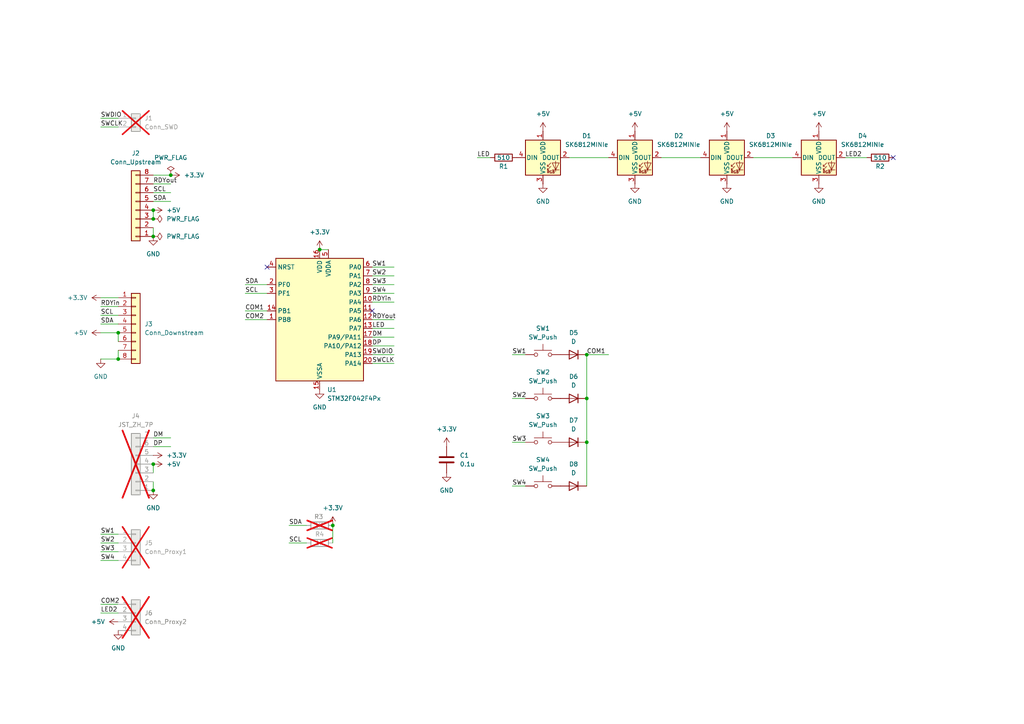
<source format=kicad_sch>
(kicad_sch (version 20231120) (generator "eeschema") (generator_version "8.0")
  (paper "A4")
  (lib_symbols
    (symbol "Connector_Generic:Conn_01x02" (pin_names (offset 1.016) hide)
      (property "Reference" "J" (at 0 2.54 0))
      (property "Value" "Conn_01x02" (at 0 -5.08 0))
      (symbol "Conn_01x02_1_1"
        (rectangle (start -1.27 -2.413) (end 0 -2.667) (stroke (width 0.1524)))
        (rectangle (start -1.27 0.127) (end 0 -0.127) (stroke (width 0.1524)))
        (rectangle (start -1.27 1.27) (end 1.27 -3.81) (stroke (width 0.254)) (fill (type background)))
        (pin passive line (at -5.08 0 0) (length 3.81) (name "Pin_1") (number "1"))
        (pin passive line (at -5.08 -2.54 0) (length 3.81) (name "Pin_2") (number "2"))
      )
    )
    (symbol "Connector_Generic:Conn_01x04" (pin_names (offset 1.016) hide)
      (property "Reference" "J" (at 0 5.08 0))
      (property "Value" "Conn_01x04" (at 0 -7.62 0))
      (symbol "Conn_01x04_1_1"
        (rectangle (start -1.27 -4.953) (end 0 -5.207) (stroke (width 0.1524)))
        (rectangle (start -1.27 -2.413) (end 0 -2.667) (stroke (width 0.1524)))
        (rectangle (start -1.27 0.127) (end 0 -0.127) (stroke (width 0.1524)))
        (rectangle (start -1.27 2.667) (end 0 2.413) (stroke (width 0.1524)))
        (rectangle (start -1.27 3.81) (end 1.27 -6.35) (stroke (width 0.254)) (fill (type background)))
        (pin passive line (at -5.08 2.54 0) (length 3.81) (name "Pin_1") (number "1"))
        (pin passive line (at -5.08 0 0) (length 3.81) (name "Pin_2") (number "2"))
        (pin passive line (at -5.08 -2.54 0) (length 3.81) (name "Pin_3") (number "3"))
        (pin passive line (at -5.08 -5.08 0) (length 3.81) (name "Pin_4") (number "4"))
      )
    )
    (symbol "Connector_Generic:Conn_01x07" (pin_names (offset 1.016) hide)
      (property "Reference" "J" (at 0 10.16 0))
      (property "Value" "Conn_01x07" (at 0 -10.16 0))
      (symbol "Conn_01x07_1_1"
        (rectangle (start -1.27 -7.493) (end 0 -7.747) (stroke (width 0.1524)))
        (rectangle (start -1.27 -4.953) (end 0 -5.207) (stroke (width 0.1524)))
        (rectangle (start -1.27 -2.413) (end 0 -2.667) (stroke (width 0.1524)))
        (rectangle (start -1.27 0.127) (end 0 -0.127) (stroke (width 0.1524)))
        (rectangle (start -1.27 2.667) (end 0 2.413) (stroke (width 0.1524)))
        (rectangle (start -1.27 5.207) (end 0 4.953) (stroke (width 0.1524)))
        (rectangle (start -1.27 7.747) (end 0 7.493) (stroke (width 0.1524)))
        (rectangle (start -1.27 8.89) (end 1.27 -8.89) (stroke (width 0.254)) (fill (type background)))
        (pin passive line (at -5.08 7.62 0) (length 3.81) (name "Pin_1") (number "1"))
        (pin passive line (at -5.08 5.08 0) (length 3.81) (name "Pin_2") (number "2"))
        (pin passive line (at -5.08 2.54 0) (length 3.81) (name "Pin_3") (number "3"))
        (pin passive line (at -5.08 0 0) (length 3.81) (name "Pin_4") (number "4"))
        (pin passive line (at -5.08 -2.54 0) (length 3.81) (name "Pin_5") (number "5"))
        (pin passive line (at -5.08 -5.08 0) (length 3.81) (name "Pin_6") (number "6"))
        (pin passive line (at -5.08 -7.62 0) (length 3.81) (name "Pin_7") (number "7"))
      )
    )
    (symbol "Connector_Generic:Conn_01x08" (pin_names (offset 1.016) hide)
      (property "Reference" "J" (at 0 10.16 0))
      (property "Value" "Conn_01x08" (at 0 -12.7 0))
      (symbol "Conn_01x08_1_1"
        (rectangle (start -1.27 -10.033) (end 0 -10.287) (stroke (width 0.1524)))
        (rectangle (start -1.27 -7.493) (end 0 -7.747) (stroke (width 0.1524)))
        (rectangle (start -1.27 -4.953) (end 0 -5.207) (stroke (width 0.1524)))
        (rectangle (start -1.27 -2.413) (end 0 -2.667) (stroke (width 0.1524)))
        (rectangle (start -1.27 0.127) (end 0 -0.127) (stroke (width 0.1524)))
        (rectangle (start -1.27 2.667) (end 0 2.413) (stroke (width 0.1524)))
        (rectangle (start -1.27 5.207) (end 0 4.953) (stroke (width 0.1524)))
        (rectangle (start -1.27 7.747) (end 0 7.493) (stroke (width 0.1524)))
        (rectangle (start -1.27 8.89) (end 1.27 -11.43) (stroke (width 0.254)) (fill (type background)))
        (pin passive line (at -5.08 7.62 0) (length 3.81) (name "Pin_1") (number "1"))
        (pin passive line (at -5.08 5.08 0) (length 3.81) (name "Pin_2") (number "2"))
        (pin passive line (at -5.08 2.54 0) (length 3.81) (name "Pin_3") (number "3"))
        (pin passive line (at -5.08 0 0) (length 3.81) (name "Pin_4") (number "4"))
        (pin passive line (at -5.08 -2.54 0) (length 3.81) (name "Pin_5") (number "5"))
        (pin passive line (at -5.08 -5.08 0) (length 3.81) (name "Pin_6") (number "6"))
        (pin passive line (at -5.08 -7.62 0) (length 3.81) (name "Pin_7") (number "7"))
        (pin passive line (at -5.08 -10.16 0) (length 3.81) (name "Pin_8") (number "8"))
      )
    )
    (symbol "Device:C" (pin_numbers hide) (pin_names (offset 0.254))
      (property "Reference" "C" (at 0.635 2.54 0))
      (property "Value" "C" (at 0.635 -2.54 0))
      (symbol "C_0_1"
        (polyline (pts (xy -2.032 -0.762) (xy 2.032 -0.762)) (stroke (width 0.508)))
        (polyline (pts (xy -2.032 0.762) (xy 2.032 0.762)) (stroke (width 0.508)))
      )
      (symbol "C_1_1"
        (pin passive line (at 0 3.81 270) (length 2.794) (name "~") (number "1"))
        (pin passive line (at 0 -3.81 90) (length 2.794) (name "~") (number "2"))
      )
    )
    (symbol "Device:D" (pin_numbers hide) (pin_names (offset 1.016) hide)
      (property "Reference" "D" (at 0 2.54 0))
      (property "Value" "D" (at 0 -2.54 0))
      (symbol "D_0_1"
        (polyline (pts (xy -1.27 1.27) (xy -1.27 -1.27)) (stroke (width 0.254)))
        (polyline (pts (xy 1.27 0) (xy -1.27 0)))
        (polyline (pts (xy 1.27 1.27) (xy 1.27 -1.27) (xy -1.27 0) (xy 1.27 1.27)) (stroke (width 0.254)))
      )
      (symbol "D_1_1"
        (pin passive line (at -3.81 0 0) (length 2.54) (name "K") (number "1"))
        (pin passive line (at 3.81 0 180) (length 2.54) (name "A") (number "2"))
      )
    )
    (symbol "Device:R" (pin_numbers hide) (pin_names (offset 0))
      (property "Reference" "R" (at 2.032 0 90))
      (property "Value" "R" (at 0 0 90))
      (symbol "R_0_1"
        (rectangle (start -1.016 -2.54) (end 1.016 2.54) (stroke (width 0.254)))
      )
      (symbol "R_1_1"
        (pin passive line (at 0 3.81 270) (length 1.27) (name "~") (number "1"))
        (pin passive line (at 0 -3.81 90) (length 1.27) (name "~") (number "2"))
      )
    )
    (symbol "Library:SK6812MINIe" (pin_names (offset 0.254))
      (property "Reference" "D" (at 5.08 5.715 0))
      (property "Value" "SK6812MINIe" (at 1.27 -5.715 0))
      (symbol "SK6812MINIe_0_0"
        (text "RGB" (at 2.286 -4.191 0) (effects (font (size 0.762 0.762))))
      )
      (symbol "SK6812MINIe_0_1"
        (polyline (pts (xy 1.27 -3.556) (xy 1.778 -3.556)))
        (polyline (pts (xy 1.27 -2.54) (xy 1.778 -2.54)))
        (polyline (pts (xy 4.699 -3.556) (xy 2.667 -3.556)))
        (polyline (pts (xy 2.286 -2.54) (xy 1.27 -3.556) (xy 1.27 -3.048)))
        (polyline (pts (xy 2.286 -1.524) (xy 1.27 -2.54) (xy 1.27 -2.032)))
        (polyline (pts (xy 3.683 -1.016) (xy 3.683 -3.556) (xy 3.683 -4.064)))
        (polyline (pts (xy 4.699 -1.524) (xy 2.667 -1.524) (xy 3.683 -3.556) (xy 4.699 -1.524)))
        (rectangle (start 5.08 5.08) (end -5.08 -5.08) (stroke (width 0.254)) (fill (type background)))
      )
      (symbol "SK6812MINIe_1_1"
        (pin power_in line (at 0 7.62 270) (length 2.54) (name "VDD") (number "1"))
        (pin output line (at 7.62 0 180) (length 2.54) (name "DOUT") (number "2"))
        (pin power_in line (at 0 -7.62 90) (length 2.54) (name "VSS") (number "3"))
        (pin input line (at -7.62 0 0) (length 2.54) (name "DIN") (number "4"))
      )
    )
    (symbol "MCU_ST_STM32F0:STM32F042F4Px"
      (property "Reference" "U" (at -12.7 19.05 0))
      (property "Value" "STM32F042F4Px" (at 5.08 19.05 0))
      (symbol "STM32F042F4Px_0_1"
        (rectangle (start -12.7 -17.78) (end 12.7 17.78) (stroke (width 0.254)) (fill (type background)))
      )
      (symbol "STM32F042F4Px_1_1"
        (pin bidirectional line (at -15.24 0 0) (length 2.54) (name "PB8") (number "1"))
        (pin bidirectional line (at 15.24 5.08 180) (length 2.54) (name "PA4") (number "10"))
        (pin bidirectional line (at 15.24 2.54 180) (length 2.54) (name "PA5") (number "11"))
        (pin bidirectional line (at 15.24 0 180) (length 2.54) (name "PA6") (number "12"))
        (pin bidirectional line (at 15.24 -2.54 180) (length 2.54) (name "PA7") (number "13"))
        (pin bidirectional line (at -15.24 2.54 0) (length 2.54) (name "PB1") (number "14"))
        (pin power_in line (at 0 -20.32 90) (length 2.54) (name "VSSA") (number "15"))
        (pin power_in line (at 0 20.32 270) (length 2.54) (name "VDD") (number "16"))
        (pin bidirectional line (at 15.24 -5.08 180) (length 2.54) (name "PA9/PA11") (number "17"))
        (pin bidirectional line (at 15.24 -7.62 180) (length 2.54) (name "PA10/PA12") (number "18"))
        (pin bidirectional line (at 15.24 -10.16 180) (length 2.54) (name "PA13") (number "19"))
        (pin bidirectional line (at -15.24 10.16 0) (length 2.54) (name "PF0") (number "2"))
        (pin bidirectional line (at 15.24 -12.7 180) (length 2.54) (name "PA14") (number "20"))
        (pin bidirectional line (at -15.24 7.62 0) (length 2.54) (name "PF1") (number "3"))
        (pin input line (at -15.24 15.24 0) (length 2.54) (name "NRST") (number "4"))
        (pin power_in line (at 2.54 20.32 270) (length 2.54) (name "VDDA") (number "5"))
        (pin bidirectional line (at 15.24 15.24 180) (length 2.54) (name "PA0") (number "6"))
        (pin bidirectional line (at 15.24 12.7 180) (length 2.54) (name "PA1") (number "7"))
        (pin bidirectional line (at 15.24 10.16 180) (length 2.54) (name "PA2") (number "8"))
        (pin bidirectional line (at 15.24 7.62 180) (length 2.54) (name "PA3") (number "9"))
      )
    )
    (symbol "Switch:SW_Push" (pin_numbers hide) (pin_names (offset 1.016) hide)
      (property "Reference" "SW" (at 1.27 2.54 0))
      (property "Value" "SW_Push" (at 0 -1.524 0))
      (symbol "SW_Push_0_1"
        (circle (center -2.032 0) (radius 0.508))
        (polyline (pts (xy 0 1.27) (xy 0 3.048)))
        (polyline (pts (xy 2.54 1.27) (xy -2.54 1.27)))
        (circle (center 2.032 0) (radius 0.508))
        (pin passive line (at -5.08 0 0) (length 2.54) (name "1") (number "1"))
        (pin passive line (at 5.08 0 180) (length 2.54) (name "2") (number "2"))
      )
    )
    (symbol "power:+3.3V" (power) (pin_numbers hide) (pin_names (offset 0) hide)
      (property "Value" "+3.3V" (at 0 3.556 0))
      (symbol "+3.3V_0_1"
        (polyline (pts (xy -0.762 1.27) (xy 0 2.54)))
        (polyline (pts (xy 0 0) (xy 0 2.54)))
        (polyline (pts (xy 0 2.54) (xy 0.762 1.27)))
      )
      (symbol "+3.3V_1_1"
        (pin power_in line (at 0 0 90) (length 0) (name "~") (number "1"))
      )
    )
    (symbol "power:+5V" (power) (pin_numbers hide) (pin_names (offset 0) hide)
      (property "Value" "+5V" (at 0 3.556 0))
      (symbol "+5V_0_1"
        (polyline (pts (xy -0.762 1.27) (xy 0 2.54)))
        (polyline (pts (xy 0 0) (xy 0 2.54)))
        (polyline (pts (xy 0 2.54) (xy 0.762 1.27)))
      )
      (symbol "+5V_1_1"
        (pin power_in line (at 0 0 90) (length 0) (name "~") (number "1"))
      )
    )
    (symbol "power:GND" (power) (pin_numbers hide) (pin_names (offset 0) hide)
      (property "Value" "GND" (at 0 -3.81 0))
      (symbol "GND_0_1"
        (polyline (pts (xy 0 0) (xy 0 -1.27) (xy 1.27 -1.27) (xy 0 -2.54) (xy -1.27 -1.27) (xy 0 -1.27)))
      )
      (symbol "GND_1_1"
        (pin power_in line (at 0 0 270) (length 0) (name "~") (number "1"))
      )
    )
    (symbol "power:PWR_FLAG" (power) (pin_numbers hide) (pin_names (offset 0) hide)
      (property "Value" "PWR_FLAG" (at 0 3.81 0))
      (symbol "PWR_FLAG_0_0"
        (pin power_out line (at 0 0 90) (length 0) (name "~") (number "1"))
      )
      (symbol "PWR_FLAG_0_1"
        (polyline (pts (xy 0 0) (xy 0 1.27) (xy -1.016 1.905) (xy 0 2.54) (xy 1.016 1.905) (xy 0 1.27)))
      )
    )
  )
  (junction (at 44.45 63.5))
  (junction (at 170.18 102.87))
  (junction (at 92.71 72.39))
  (junction (at 170.18 128.27))
  (junction (at 44.45 134.62))
  (junction (at 96.52 152.4))
  (junction (at 49.53 50.8))
  (junction (at 44.45 68.58))
  (junction (at 44.45 60.96))
  (junction (at 34.29 104.14))
  (junction (at 170.18 115.57))
  (junction (at 34.29 96.52))
  (junction (at 44.45 142.24))
  (no_connect (at 107.95 90.17))
  (no_connect (at 259.08 45.72))
  (no_connect (at 77.47 77.47))
  (wire (pts (xy 29.21 157.48) (xy 34.29 157.48)))
  (wire (pts (xy 107.95 97.79) (xy 114.3 97.79)))
  (wire (pts (xy 34.29 101.6) (xy 34.29 104.14)))
  (wire (pts (xy 71.12 90.17) (xy 77.47 90.17)))
  (wire (pts (xy 245.11 45.72) (xy 251.46 45.72)))
  (wire (pts (xy 44.45 129.54) (xy 49.53 129.54)))
  (wire (pts (xy 29.21 104.14) (xy 34.29 104.14)))
  (wire (pts (xy 138.43 45.72) (xy 142.24 45.72)))
  (wire (pts (xy 170.18 102.87) (xy 176.53 102.87)))
  (wire (pts (xy 148.59 128.27) (xy 152.4 128.27)))
  (wire (pts (xy 107.95 87.63) (xy 114.3 87.63)))
  (wire (pts (xy 92.71 72.39) (xy 95.25 72.39)))
  (wire (pts (xy 29.21 160.02) (xy 34.29 160.02)))
  (wire (pts (xy 44.45 66.04) (xy 44.45 68.58)))
  (wire (pts (xy 96.52 152.4) (xy 96.52 157.48)))
  (wire (pts (xy 107.95 77.47) (xy 114.3 77.47)))
  (wire (pts (xy 107.95 95.25) (xy 114.3 95.25)))
  (wire (pts (xy 44.45 58.42) (xy 49.53 58.42)))
  (wire (pts (xy 170.18 115.57) (xy 170.18 128.27)))
  (wire (pts (xy 107.95 100.33) (xy 114.3 100.33)))
  (wire (pts (xy 83.82 152.4) (xy 88.9 152.4)))
  (wire (pts (xy 44.45 134.62) (xy 44.45 137.16)))
  (wire (pts (xy 71.12 92.71) (xy 77.47 92.71)))
  (wire (pts (xy 29.21 96.52) (xy 34.29 96.52)))
  (wire (pts (xy 83.82 157.48) (xy 88.9 157.48)))
  (wire (pts (xy 29.21 86.36) (xy 34.29 86.36)))
  (wire (pts (xy 29.21 91.44) (xy 34.29 91.44)))
  (wire (pts (xy 148.59 115.57) (xy 152.4 115.57)))
  (wire (pts (xy 44.45 139.7) (xy 44.45 142.24)))
  (wire (pts (xy 107.95 80.01) (xy 114.3 80.01)))
  (wire (pts (xy 44.45 127) (xy 49.53 127)))
  (wire (pts (xy 44.45 55.88) (xy 49.53 55.88)))
  (wire (pts (xy 218.44 45.72) (xy 229.87 45.72)))
  (wire (pts (xy 107.95 92.71) (xy 114.3 92.71)))
  (wire (pts (xy 29.21 154.94) (xy 34.29 154.94)))
  (wire (pts (xy 107.95 105.41) (xy 114.3 105.41)))
  (wire (pts (xy 71.12 82.55) (xy 77.47 82.55)))
  (wire (pts (xy 71.12 85.09) (xy 77.47 85.09)))
  (wire (pts (xy 148.59 102.87) (xy 152.4 102.87)))
  (wire (pts (xy 170.18 102.87) (xy 170.18 115.57)))
  (wire (pts (xy 107.95 85.09) (xy 114.3 85.09)))
  (wire (pts (xy 44.45 60.96) (xy 44.45 63.5)))
  (wire (pts (xy 29.21 175.26) (xy 34.29 175.26)))
  (wire (pts (xy 107.95 102.87) (xy 114.3 102.87)))
  (wire (pts (xy 107.95 82.55) (xy 114.3 82.55)))
  (wire (pts (xy 29.21 93.98) (xy 34.29 93.98)))
  (wire (pts (xy 29.21 162.56) (xy 34.29 162.56)))
  (wire (pts (xy 170.18 128.27) (xy 170.18 140.97)))
  (wire (pts (xy 44.45 53.34) (xy 49.53 53.34)))
  (wire (pts (xy 148.59 140.97) (xy 152.4 140.97)))
  (wire (pts (xy 165.1 45.72) (xy 176.53 45.72)))
  (wire (pts (xy 44.45 50.8) (xy 49.53 50.8)))
  (wire (pts (xy 29.21 177.8) (xy 34.29 177.8)))
  (wire (pts (xy 29.21 34.29) (xy 34.29 34.29)))
  (wire (pts (xy 34.29 96.52) (xy 34.29 99.06)))
  (wire (pts (xy 29.21 36.83) (xy 34.29 36.83)))
  (wire (pts (xy 191.77 45.72) (xy 203.2 45.72)))
  (wire (pts (xy 29.21 88.9) (xy 34.29 88.9)))
  (label "SW4" (at 148.59 140.97 0))
  (label "COM1" (at 71.12 90.17 0))
  (label "LED2" (at 245.11 45.72 0))
  (label "SCL" (at 71.12 85.09 0))
  (label "SW1" (at 29.21 154.94 0))
  (label "SWDIO" (at 29.21 34.29 0))
  (label "SDA" (at 29.21 93.98 0))
  (label "DP" (at 44.45 129.54 0))
  (label "LED2" (at 29.21 177.8 0))
  (label "SW4" (at 29.21 162.56 0))
  (label "SW4" (at 107.95 85.09 0))
  (label "RDYin" (at 107.95 87.63 0))
  (label "SWCLK" (at 107.95 105.41 0))
  (label "SW2" (at 29.21 157.48 0))
  (label "COM1" (at 170.18 102.87 0))
  (label "RDYin" (at 29.21 88.9 0))
  (label "COM2" (at 29.21 175.26 0))
  (label "SWCLK" (at 29.21 36.83 0))
  (label "SDA" (at 44.45 58.42 0))
  (label "LED" (at 138.43 45.72 0))
  (label "SCL" (at 44.45 55.88 0))
  (label "SCL" (at 83.82 157.48 0))
  (label "SW3" (at 107.95 82.55 0))
  (label "SWDIO" (at 107.95 102.87 0))
  (label "COM2" (at 71.12 92.71 0))
  (label "DM" (at 44.45 127 0))
  (label "RDYout" (at 44.45 53.34 0))
  (label "SCL" (at 29.21 91.44 0))
  (label "DM" (at 107.95 97.79 0))
  (label "SW1" (at 107.95 77.47 0))
  (label "LED" (at 107.95 95.25 0))
  (label "SW3" (at 29.21 160.02 0))
  (label "DP" (at 107.95 100.33 0))
  (label "RDYout" (at 107.95 92.71 0))
  (label "SDA" (at 83.82 152.4 0))
  (label "SDA" (at 71.12 82.55 0))
  (label "SW2" (at 107.95 80.01 0))
  (label "SW3" (at 148.59 128.27 0))
  (label "SW2" (at 148.59 115.57 0))
  (label "SW1" (at 148.59 102.87 0))
  (symbol (lib_id "power:+5V") (at 184.15 38.1 0) (unit 1)
    (property "Reference" "#PWR013" (effects (hide yes)))
    (property "Value" "+5V" (at 184.15 33.02 0))
    (property "Description" "Power symbol creates a global label with name \"+5V\"" (effects (hide yes)))
  )
  (symbol (lib_id "power:PWR_FLAG") (at 44.45 63.5 270) (unit 1)
    (property "Reference" "#FLG02" (effects (hide yes)))
    (property "Value" "PWR_FLAG" (at 48.26 63.4999 90) (effects (justify left)))
    (property "Description" "Special symbol for telling ERC where power comes from" (effects (hide yes)))
  )
  (symbol (lib_id "power:GND") (at 237.49 53.34 0) (unit 1)
    (property "Reference" "#PWR018" (effects (hide yes)))
    (property "Value" "GND" (at 237.49 58.42 0))
    (property "Description" "Power symbol creates a global label with name \"GND\" , ground" (effects (hide yes)))
  )
  (symbol (lib_id "Library:SK6812MINIe") (at 237.49 45.72 0) (unit 1)
    (property "Reference" "D4" (at 250.19 39.4014 0))
    (property "Value" "SK6812MINIe" (at 250.19 41.9414 0))
    (property "Footprint" "Library:SK6812MINIe (Reverse)" (effects (hide yes)))
    (property "Datasheet" "https://cdn-shop.adafruit.com/product-files/2686/SK6812MINI_REV.01-1-2.pdf" (effects (hide yes)))
    (property "Description" "RGB LED with integrated controller" (effects (hide yes)))
    (property "MPN" "C5149201" (effects (hide yes)))
  )
  (symbol (lib_id "Device:C") (at 129.54 133.35 0) (unit 1)
    (property "Reference" "C1" (at 133.35 132.0799 0) (effects (justify left)))
    (property "Value" "0.1u" (at 133.35 134.6199 0) (effects (justify left)))
    (property "Footprint" "Capacitor_SMD:C_0402_1005Metric" (effects (hide yes)))
    (property "Description" "Unpolarized capacitor" (effects (hide yes)))
  )
  (symbol (lib_id "power:+3.3V") (at 96.52 152.4 0) (unit 1)
    (property "Reference" "#PWR01" (effects (hide yes)))
    (property "Value" "+3.3V" (at 96.52 147.32 0))
    (property "Description" "Power symbol creates a global label with name \"+3.3V\"" (effects (hide yes)))
  )
  (symbol (lib_id "Device:D") (at 166.37 128.27 180) (unit 1)
    (property "Reference" "D7" (at 166.37 121.92 0))
    (property "Value" "D" (at 166.37 124.46 0))
    (property "Footprint" "Diode_SMD:D_0805_2012Metric" (effects (hide yes)))
    (property "Description" "Diode" (effects (hide yes)))
    (property "Sim.Device" "D" (effects (hide yes)))
    (property "Sim.Pins" "1=K 2=A" (effects (hide yes)))
    (property "MPN" "C109001" (effects (hide yes)))
  )
  (symbol (lib_id "Device:D") (at 166.37 140.97 180) (unit 1)
    (property "Reference" "D8" (at 166.37 134.62 0))
    (property "Value" "D" (at 166.37 137.16 0))
    (property "Footprint" "Diode_SMD:D_0805_2012Metric" (effects (hide yes)))
    (property "Description" "Diode" (effects (hide yes)))
    (property "Sim.Device" "D" (effects (hide yes)))
    (property "Sim.Pins" "1=K 2=A" (effects (hide yes)))
    (property "MPN" "C109001" (effects (hide yes)))
  )
  (symbol (lib_id "power:+5V") (at 29.21 96.52 90) (unit 1)
    (property "Reference" "#PWR05" (effects (hide yes)))
    (property "Value" "+5V" (at 25.4 96.5199 90) (effects (justify left)))
    (property "Description" "Power symbol creates a global label with name \"+5V\"" (effects (hide yes)))
  )
  (symbol (lib_id "Device:R") (at 255.27 45.72 90) (unit 1)
    (property "Reference" "R2" (at 255.27 48.26 90))
    (property "Value" "510" (at 255.27 45.72 90))
    (property "Footprint" "Resistor_SMD:R_0402_1005Metric" (effects (hide yes)))
    (property "Description" "Resistor" (effects (hide yes)))
  )
  (symbol (lib_id "Switch:SW_Push") (at 157.48 102.87 0) (unit 1)
    (property "Reference" "SW1" (at 157.48 95.25 0))
    (property "Value" "SW_Push" (at 157.48 97.79 0))
    (property "Footprint" "Library:Keyswitch" (effects (hide yes)))
    (property "Datasheet" "https://wmsc.lcsc.com/wmsc/upload/file/pdf/v2/lcsc/2211090930_Kailh-CPG151101S11-1_C5184526.pdf" (effects (hide yes)))
    (property "Description" "Push button switch, generic, two pins" (effects (hide yes)))
    (property "MPN" "C5184526" (effects (hide yes)))
  )
  (symbol (lib_id "Device:R") (at 92.71 152.4 90) (unit 1) (dnp yes)
    (property "Reference" "R3" (at 92.456 149.86 90))
    (property "Value" "1K" (at 92.456 152.4 90))
    (property "Footprint" "Resistor_SMD:R_0603_1608Metric_Pad0.98x0.95mm_HandSolder" (effects (hide yes)))
    (property "Description" "Resistor" (effects (hide yes)))
  )
  (symbol (lib_id "power:PWR_FLAG") (at 44.45 68.58 270) (unit 1)
    (property "Reference" "#FLG03" (effects (hide yes)))
    (property "Value" "PWR_FLAG" (at 48.26 68.5799 90) (effects (justify left)))
    (property "Description" "Special symbol for telling ERC where power comes from" (effects (hide yes)))
  )
  (symbol (lib_id "Connector_Generic:Conn_01x08") (at 39.37 93.98 0) (unit 1)
    (property "Reference" "J3" (at 41.91 93.9799 0) (effects (justify left)))
    (property "Value" "Conn_Downstream" (at 41.91 96.5199 0) (effects (justify left)))
    (property "Footprint" "Library:JST_S8B_ZR" (effects (hide yes)))
    (property "Description" "Generic connector, single row, 01x08, script generated (kicad-library-utils/schlib/autogen/connector/)" (effects (hide yes)))
    (property "MPN" "C2845571" (effects (hide yes)))
  )
  (symbol (lib_id "Device:R") (at 92.71 157.48 90) (unit 1) (dnp yes)
    (property "Reference" "R4" (at 92.71 154.94 90))
    (property "Value" "1K" (at 92.71 157.48 90))
    (property "Footprint" "Resistor_SMD:R_0603_1608Metric_Pad0.98x0.95mm_HandSolder" (effects (hide yes)))
    (property "Description" "Resistor" (effects (hide yes)))
  )
  (symbol (lib_id "power:+5V") (at 34.29 180.34 90) (unit 1)
    (property "Reference" "#PWR07" (effects (hide yes)))
    (property "Value" "+5V" (at 30.48 180.3399 90) (effects (justify left)))
    (property "Description" "Power symbol creates a global label with name \"+5V\"" (effects (hide yes)))
  )
  (symbol (lib_id "power:GND") (at 44.45 68.58 0) (unit 1)
    (property "Reference" "#PWR03" (effects (hide yes)))
    (property "Value" "GND" (at 44.45 73.66 0))
    (property "Description" "Power symbol creates a global label with name \"GND\" , ground" (effects (hide yes)))
  )
  (symbol (lib_id "power:GND") (at 129.54 137.16 0) (unit 1)
    (property "Reference" "#PWR019" (effects (hide yes)))
    (property "Value" "GND" (at 129.54 142.24 0))
    (property "Description" "Power symbol creates a global label with name \"GND\" , ground" (effects (hide yes)))
  )
  (symbol (lib_id "power:PWR_FLAG") (at 49.53 50.8 0) (unit 1)
    (property "Reference" "#FLG01" (effects (hide yes)))
    (property "Value" "PWR_FLAG" (at 49.53 45.72 0))
    (property "Description" "Special symbol for telling ERC where power comes from" (effects (hide yes)))
  )
  (symbol (lib_id "Connector_Generic:Conn_01x07") (at 39.37 134.62 180) (unit 1) (dnp yes)
    (property "Reference" "J4" (at 39.37 120.65 0))
    (property "Value" "JST_ZH_7P" (at 39.37 123.19 0))
    (property "Footprint" "Library:JST_S7B_ZR" (effects (hide yes)))
    (property "Description" "Generic connector, single row, 01x07, script generated (kicad-library-utils/schlib/autogen/connector/)" (effects (hide yes)))
    (property "MPN" "C160734" (effects (hide yes)))
  )
  (symbol (lib_id "power:GND") (at 34.29 182.88 0) (unit 1)
    (property "Reference" "#PWR012" (effects (hide yes)))
    (property "Value" "GND" (at 34.29 187.96 0))
    (property "Description" "Power symbol creates a global label with name \"GND\" , ground" (effects (hide yes)))
  )
  (symbol (lib_id "power:GND") (at 92.71 113.03 0) (unit 1)
    (property "Reference" "#PWR09" (effects (hide yes)))
    (property "Value" "GND" (at 92.71 118.11 0))
    (property "Description" "Power symbol creates a global label with name \"GND\" , ground" (effects (hide yes)))
  )
  (symbol (lib_id "power:GND") (at 157.48 53.34 0) (unit 1)
    (property "Reference" "#PWR011" (effects (hide yes)))
    (property "Value" "GND" (at 157.48 58.42 0))
    (property "Description" "Power symbol creates a global label with name \"GND\" , ground" (effects (hide yes)))
  )
  (symbol (lib_id "power:GND") (at 29.21 104.14 0) (unit 1)
    (property "Reference" "#PWR06" (effects (hide yes)))
    (property "Value" "GND" (at 29.21 109.22 0))
    (property "Description" "Power symbol creates a global label with name \"GND\" , ground" (effects (hide yes)))
  )
  (symbol (lib_id "Device:R") (at 146.05 45.72 90) (unit 1)
    (property "Reference" "R1" (at 146.05 48.26 90))
    (property "Value" "510" (at 146.05 45.72 90))
    (property "Footprint" "Resistor_SMD:R_0402_1005Metric" (effects (hide yes)))
    (property "Description" "Resistor" (effects (hide yes)))
  )
  (symbol (lib_id "Library:SK6812MINIe") (at 157.48 45.72 0) (unit 1)
    (property "Reference" "D1" (at 170.18 39.4014 0))
    (property "Value" "SK6812MINIe" (at 170.18 41.9414 0))
    (property "Footprint" "Library:SK6812MINIe (Reverse)" (effects (hide yes)))
    (property "Datasheet" "https://cdn-shop.adafruit.com/product-files/2686/SK6812MINI_REV.01-1-2.pdf" (effects (hide yes)))
    (property "Description" "RGB LED with integrated controller" (effects (hide yes)))
    (property "MPN" "C5149201" (effects (hide yes)))
  )
  (symbol (lib_id "Connector_Generic:Conn_01x08") (at 39.37 60.96 180) (unit 1)
    (property "Reference" "J2" (at 39.37 44.45 0))
    (property "Value" "Conn_Upstream" (at 39.37 46.99 0))
    (property "Footprint" "Library:JST_S8B_ZR" (effects (hide yes)))
    (property "Description" "Generic connector, single row, 01x08, script generated (kicad-library-utils/schlib/autogen/connector/)" (effects (hide yes)))
    (property "MPN" "C2845571" (effects (hide yes)))
  )
  (symbol (lib_id "power:GND") (at 44.45 142.24 0) (unit 1)
    (property "Reference" "#PWR025" (effects (hide yes)))
    (property "Value" "GND" (at 44.45 147.32 0))
    (property "Description" "Power symbol creates a global label with name \"GND\" , ground" (effects (hide yes)))
  )
  (symbol (lib_id "power:+5V") (at 44.45 134.62 270) (unit 1)
    (property "Reference" "#PWR023" (effects (hide yes)))
    (property "Value" "+5V" (at 48.26 134.6199 90) (effects (justify left)))
    (property "Description" "Power symbol creates a global label with name \"+5V\"" (effects (hide yes)))
  )
  (symbol (lib_id "power:GND") (at 184.15 53.34 0) (unit 1)
    (property "Reference" "#PWR014" (effects (hide yes)))
    (property "Value" "GND" (at 184.15 58.42 0))
    (property "Description" "Power symbol creates a global label with name \"GND\" , ground" (effects (hide yes)))
  )
  (symbol (lib_id "Connector_Generic:Conn_01x02") (at 39.37 34.29 0) (unit 1) (dnp yes)
    (property "Reference" "J1" (at 41.91 34.2899 0) (effects (justify left)))
    (property "Value" "Conn_SWD" (at 41.91 36.8299 0) (effects (justify left)))
    (property "Footprint" "Connector_PinHeader_2.54mm:PinHeader_1x02_P2.54mm_Vertical" (effects (hide yes)))
    (property "Description" "Generic connector, single row, 01x02, script generated (kicad-library-utils/schlib/autogen/connector/)" (effects (hide yes)))
  )
  (symbol (lib_id "power:+3.3V") (at 129.54 129.54 0) (unit 1)
    (property "Reference" "#PWR020" (effects (hide yes)))
    (property "Value" "+3.3V" (at 129.54 124.46 0))
    (property "Description" "Power symbol creates a global label with name \"+3.3V\"" (effects (hide yes)))
  )
  (symbol (lib_id "power:+3.3V") (at 29.21 86.36 90) (unit 1)
    (property "Reference" "#PWR04" (effects (hide yes)))
    (property "Value" "+3.3V" (at 25.4 86.3599 90) (effects (justify left)))
    (property "Description" "Power symbol creates a global label with name \"+3.3V\"" (effects (hide yes)))
  )
  (symbol (lib_id "power:+3.3V") (at 49.53 50.8 270) (unit 1)
    (property "Reference" "#PWR024" (effects (hide yes)))
    (property "Value" "+3.3V" (at 53.34 50.7999 90) (effects (justify left)))
    (property "Description" "Power symbol creates a global label with name \"+3.3V\"" (effects (hide yes)))
  )
  (symbol (lib_id "Device:D") (at 166.37 102.87 180) (unit 1)
    (property "Reference" "D5" (at 166.37 96.52 0))
    (property "Value" "D" (at 166.37 99.06 0))
    (property "Footprint" "Diode_SMD:D_0805_2012Metric" (effects (hide yes)))
    (property "Description" "Diode" (effects (hide yes)))
    (property "Sim.Device" "D" (effects (hide yes)))
    (property "Sim.Pins" "1=K 2=A" (effects (hide yes)))
    (property "MPN" "C109001" (effects (hide yes)))
  )
  (symbol (lib_id "power:+3.3V") (at 44.45 132.08 270) (unit 1)
    (property "Reference" "#PWR022" (effects (hide yes)))
    (property "Value" "+3.3V" (at 48.26 132.0799 90) (effects (justify left)))
    (property "Description" "Power symbol creates a global label with name \"+3.3V\"" (effects (hide yes)))
  )
  (symbol (lib_id "Switch:SW_Push") (at 157.48 140.97 0) (unit 1)
    (property "Reference" "SW4" (at 157.48 133.35 0))
    (property "Value" "SW_Push" (at 157.48 135.89 0))
    (property "Footprint" "Library:Keyswitch" (effects (hide yes)))
    (property "Datasheet" "https://wmsc.lcsc.com/wmsc/upload/file/pdf/v2/lcsc/2211090930_Kailh-CPG151101S11-1_C5184526.pdf" (effects (hide yes)))
    (property "Description" "Push button switch, generic, two pins" (effects (hide yes)))
    (property "MPN" "C5184526" (effects (hide yes)))
  )
  (symbol (lib_id "Switch:SW_Push") (at 157.48 128.27 0) (unit 1)
    (property "Reference" "SW3" (at 157.48 120.65 0))
    (property "Value" "SW_Push" (at 157.48 123.19 0))
    (property "Footprint" "Library:Keyswitch" (effects (hide yes)))
    (property "Datasheet" "https://wmsc.lcsc.com/wmsc/upload/file/pdf/v2/lcsc/2211090930_Kailh-CPG151101S11-1_C5184526.pdf" (effects (hide yes)))
    (property "Description" "Push button switch, generic, two pins" (effects (hide yes)))
    (property "MPN" "C5184526" (effects (hide yes)))
  )
  (symbol (lib_id "power:+5V") (at 237.49 38.1 0) (unit 1)
    (property "Reference" "#PWR017" (effects (hide yes)))
    (property "Value" "+5V" (at 237.49 33.02 0))
    (property "Description" "Power symbol creates a global label with name \"+5V\"" (effects (hide yes)))
  )
  (symbol (lib_id "power:+5V") (at 157.48 38.1 0) (unit 1)
    (property "Reference" "#PWR010" (effects (hide yes)))
    (property "Value" "+5V" (at 157.48 33.02 0))
    (property "Description" "Power symbol creates a global label with name \"+5V\"" (effects (hide yes)))
  )
  (symbol (lib_id "power:+3.3V") (at 92.71 72.39 0) (unit 1)
    (property "Reference" "#PWR08" (effects (hide yes)))
    (property "Value" "+3.3V" (at 92.71 67.31 0))
    (property "Description" "Power symbol creates a global label with name \"+3.3V\"" (effects (hide yes)))
  )
  (symbol (lib_id "MCU_ST_STM32F0:STM32F042F4Px") (at 92.71 92.71 0) (unit 1)
    (property "Reference" "U1" (at 94.9041 113.03 0) (effects (justify left)))
    (property "Value" "STM32F042F4Px" (at 94.9041 115.57 0) (effects (justify left)))
    (property "Footprint" "Package_SO:TSSOP-20_4.4x6.5mm_P0.65mm" (effects (hide yes)))
    (property "Datasheet" "https://www.st.com/resource/en/datasheet/stm32f042f4.pdf" (effects (hide yes)))
    (property "Description" "STMicroelectronics Arm Cortex-M0 MCU, 16KB flash, 6KB RAM, 48 MHz, 2.0-3.6V, 16 GPIO, TSSOP20" (effects (hide yes)))
    (property "MPN" "C81002" (effects (hide yes)))
  )
  (symbol (lib_id "Connector_Generic:Conn_01x04") (at 39.37 177.8 0) (unit 1) (dnp yes)
    (property "Reference" "J6" (at 41.91 177.7999 0) (effects (justify left)))
    (property "Value" "Conn_Proxy2" (at 41.91 180.3399 0) (effects (justify left)))
    (property "Footprint" "Connector_PinHeader_2.54mm:PinHeader_1x04_P2.54mm_Vertical" (effects (hide yes)))
    (property "Description" "Generic connector, single row, 01x04, script generated (kicad-library-utils/schlib/autogen/connector/)" (effects (hide yes)))
  )
  (symbol (lib_id "Device:D") (at 166.37 115.57 180) (unit 1)
    (property "Reference" "D6" (at 166.37 109.22 0))
    (property "Value" "D" (at 166.37 111.76 0))
    (property "Footprint" "Diode_SMD:D_0805_2012Metric" (effects (hide yes)))
    (property "Description" "Diode" (effects (hide yes)))
    (property "Sim.Device" "D" (effects (hide yes)))
    (property "Sim.Pins" "1=K 2=A" (effects (hide yes)))
    (property "MPN" "C109001" (effects (hide yes)))
  )
  (symbol (lib_id "Library:SK6812MINIe") (at 184.15 45.72 0) (unit 1)
    (property "Reference" "D2" (at 196.85 39.4014 0))
    (property "Value" "SK6812MINIe" (at 196.85 41.9414 0))
    (property "Footprint" "Library:SK6812MINIe (Reverse)" (effects (hide yes)))
    (property "Datasheet" "https://cdn-shop.adafruit.com/product-files/2686/SK6812MINI_REV.01-1-2.pdf" (effects (hide yes)))
    (property "Description" "RGB LED with integrated controller" (effects (hide yes)))
    (property "MPN" "C5149201" (effects (hide yes)))
  )
  (symbol (lib_id "power:GND") (at 210.82 53.34 0) (unit 1)
    (property "Reference" "#PWR016" (effects (hide yes)))
    (property "Value" "GND" (at 210.82 58.42 0))
    (property "Description" "Power symbol creates a global label with name \"GND\" , ground" (effects (hide yes)))
  )
  (symbol (lib_id "power:+5V") (at 44.45 60.96 270) (unit 1)
    (property "Reference" "#PWR02" (effects (hide yes)))
    (property "Value" "+5V" (at 48.26 60.9599 90) (effects (justify left)))
    (property "Description" "Power symbol creates a global label with name \"+5V\"" (effects (hide yes)))
  )
  (symbol (lib_id "power:+5V") (at 210.82 38.1 0) (unit 1)
    (property "Reference" "#PWR015" (effects (hide yes)))
    (property "Value" "+5V" (at 210.82 33.02 0))
    (property "Description" "Power symbol creates a global label with name \"+5V\"" (effects (hide yes)))
  )
  (symbol (lib_id "Library:SK6812MINIe") (at 210.82 45.72 0) (unit 1)
    (property "Reference" "D3" (at 223.52 39.4014 0))
    (property "Value" "SK6812MINIe" (at 223.52 41.9414 0))
    (property "Footprint" "Library:SK6812MINIe (Reverse)" (effects (hide yes)))
    (property "Datasheet" "https://cdn-shop.adafruit.com/product-files/2686/SK6812MINI_REV.01-1-2.pdf" (effects (hide yes)))
    (property "Description" "RGB LED with integrated controller" (effects (hide yes)))
    (property "MPN" "C5149201" (effects (hide yes)))
  )
  (symbol (lib_id "Connector_Generic:Conn_01x04") (at 39.37 157.48 0) (unit 1) (dnp yes)
    (property "Reference" "J5" (at 41.91 157.4799 0) (effects (justify left)))
    (property "Value" "Conn_Proxy1" (at 41.91 160.0199 0) (effects (justify left)))
    (property "Footprint" "Connector_PinHeader_2.54mm:PinHeader_1x04_P2.54mm_Vertical" (effects (hide yes)))
    (property "Description" "Generic connector, single row, 01x04, script generated (kicad-library-utils/schlib/autogen/connector/)" (effects (hide yes)))
  )
  (symbol (lib_id "Switch:SW_Push") (at 157.48 115.57 0) (unit 1)
    (property "Reference" "SW2" (at 157.48 107.95 0))
    (property "Value" "SW_Push" (at 157.48 110.49 0))
    (property "Footprint" "Library:Keyswitch" (effects (hide yes)))
    (property "Datasheet" "https://wmsc.lcsc.com/wmsc/upload/file/pdf/v2/lcsc/2211090930_Kailh-CPG151101S11-1_C5184526.pdf" (effects (hide yes)))
    (property "Description" "Push button switch, generic, two pins" (effects (hide yes)))
    (property "MPN" "C5184526" (effects (hide yes)))
  )
)
</source>
